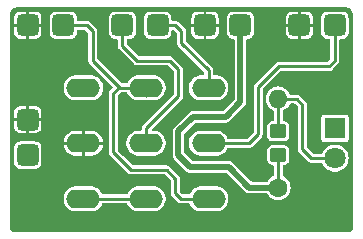
<source format=gbr>
%TF.GenerationSoftware,KiCad,Pcbnew,8.0.0*%
%TF.CreationDate,2024-05-19T22:30:32-07:00*%
%TF.ProjectId,3DPT-breakout-v2,33445054-2d62-4726-9561-6b6f75742d76,rev?*%
%TF.SameCoordinates,Original*%
%TF.FileFunction,Copper,L1,Top*%
%TF.FilePolarity,Positive*%
%FSLAX46Y46*%
G04 Gerber Fmt 4.6, Leading zero omitted, Abs format (unit mm)*
G04 Created by KiCad (PCBNEW 8.0.0) date 2024-05-19 22:30:32*
%MOMM*%
%LPD*%
G01*
G04 APERTURE LIST*
G04 Aperture macros list*
%AMRoundRect*
0 Rectangle with rounded corners*
0 $1 Rounding radius*
0 $2 $3 $4 $5 $6 $7 $8 $9 X,Y pos of 4 corners*
0 Add a 4 corners polygon primitive as box body*
4,1,4,$2,$3,$4,$5,$6,$7,$8,$9,$2,$3,0*
0 Add four circle primitives for the rounded corners*
1,1,$1+$1,$2,$3*
1,1,$1+$1,$4,$5*
1,1,$1+$1,$6,$7*
1,1,$1+$1,$8,$9*
0 Add four rect primitives between the rounded corners*
20,1,$1+$1,$2,$3,$4,$5,0*
20,1,$1+$1,$4,$5,$6,$7,0*
20,1,$1+$1,$6,$7,$8,$9,0*
20,1,$1+$1,$8,$9,$2,$3,0*%
G04 Aperture macros list end*
%TA.AperFunction,ComponentPad*%
%ADD10O,2.850000X1.600000*%
%TD*%
%TA.AperFunction,ComponentPad*%
%ADD11RoundRect,0.300000X-0.600000X-0.600000X0.600000X-0.600000X0.600000X0.600000X-0.600000X0.600000X0*%
%TD*%
%TA.AperFunction,SMDPad,CuDef*%
%ADD12RoundRect,0.250000X0.450000X-0.350000X0.450000X0.350000X-0.450000X0.350000X-0.450000X-0.350000X0*%
%TD*%
%TA.AperFunction,ComponentPad*%
%ADD13O,1.600000X1.600000*%
%TD*%
%TA.AperFunction,ComponentPad*%
%ADD14C,1.600000*%
%TD*%
%TA.AperFunction,ComponentPad*%
%ADD15RoundRect,0.300000X0.600000X-0.600000X0.600000X0.600000X-0.600000X0.600000X-0.600000X-0.600000X0*%
%TD*%
%TA.AperFunction,ComponentPad*%
%ADD16R,1.800000X1.800000*%
%TD*%
%TA.AperFunction,ComponentPad*%
%ADD17C,1.800000*%
%TD*%
%TA.AperFunction,ViaPad*%
%ADD18C,0.600000*%
%TD*%
%TA.AperFunction,Conductor*%
%ADD19C,0.250000*%
%TD*%
%TA.AperFunction,Conductor*%
%ADD20C,0.500000*%
%TD*%
G04 APERTURE END LIST*
D10*
%TO.P,SW1,1,A*%
%TO.N,/IN*%
X105300000Y-104700000D03*
%TO.P,SW1,2,B*%
%TO.N,/OUT*%
X105300000Y-100000000D03*
%TO.P,SW1,3,C*%
%TO.N,/RETURN*%
X105300000Y-95300000D03*
%TO.P,SW1,4,A*%
%TO.N,Net-(SW1B-A)*%
X100000000Y-104700000D03*
%TO.P,SW1,5,B*%
%TO.N,/SEND*%
X100000000Y-100000000D03*
%TO.P,SW1,6,C*%
%TO.N,/IN*%
X100000000Y-95300000D03*
%TO.P,SW1,7,A*%
%TO.N,Net-(SW1B-A)*%
X94700000Y-104700000D03*
%TO.P,SW1,8,B*%
%TO.N,GND*%
X94700000Y-100000000D03*
%TO.P,SW1,9,C*%
%TO.N,/LED-*%
X94700000Y-95300000D03*
%TD*%
D11*
%TO.P,P10,1,1*%
%TO.N,/9V*%
X108000000Y-90000000D03*
%TD*%
D12*
%TO.P,R2,2*%
%TO.N,/LED+*%
X111200000Y-99000000D03*
%TO.P,R2,1*%
%TO.N,/9V*%
X111200000Y-101000000D03*
%TD*%
D13*
%TO.P,R1,2*%
%TO.N,/LED+*%
X111200000Y-96250000D03*
D14*
%TO.P,R1,1*%
%TO.N,/9V*%
X111200000Y-103750000D03*
%TD*%
D11*
%TO.P,P9,1,1*%
%TO.N,GND*%
X113000000Y-90000000D03*
%TD*%
D15*
%TO.P,P8,1,1*%
%TO.N,GND*%
X90000000Y-98000000D03*
%TD*%
D11*
%TO.P,P7,1,1*%
%TO.N,GND*%
X105000000Y-90000000D03*
%TD*%
%TO.P,P6,1,1*%
%TO.N,/SEND*%
X98000000Y-90000000D03*
%TD*%
%TO.P,P5,1,1*%
%TO.N,GND*%
X90000000Y-90000000D03*
%TD*%
D15*
%TO.P,P4,1,1*%
%TO.N,/9V*%
X90000000Y-101000000D03*
%TD*%
D11*
%TO.P,P3,1,1*%
%TO.N,/RETURN*%
X101000000Y-90000000D03*
%TD*%
%TO.P,P2,1,1*%
%TO.N,/IN*%
X93000000Y-90000000D03*
%TD*%
%TO.P,P1,1,1*%
%TO.N,/OUT*%
X116000000Y-90000000D03*
%TD*%
D16*
%TO.P,D1,1,K*%
%TO.N,/LED-*%
X116000000Y-98725000D03*
D17*
%TO.P,D1,2,A*%
%TO.N,/LED+*%
X116000000Y-101265000D03*
%TD*%
D18*
%TO.N,GND*%
X93500000Y-97750000D03*
X103500000Y-103750000D03*
X101750000Y-103750000D03*
X96250000Y-103000000D03*
X113000000Y-103000000D03*
X117000000Y-103000000D03*
X117000000Y-95000000D03*
X113000000Y-95000000D03*
X108750000Y-97250000D03*
X109000000Y-101000000D03*
X101750000Y-99000000D03*
X103425000Y-96000000D03*
X110500000Y-91750000D03*
X106500000Y-93500000D03*
X102750000Y-92500000D03*
X96250000Y-92000000D03*
X98027298Y-96277298D03*
X98250000Y-99000000D03*
X94250000Y-92000000D03*
X89000000Y-95000000D03*
X89000000Y-104500000D03*
X113000000Y-107000000D03*
X117000000Y-107000000D03*
X105000000Y-107000000D03*
X109000000Y-107000000D03*
X97000000Y-107000000D03*
X101000000Y-107000000D03*
X93000000Y-107000000D03*
X89000000Y-107000000D03*
%TD*%
D19*
%TO.N,/IN*%
X97250000Y-100750000D02*
X98750000Y-102250000D01*
X95500000Y-90500000D02*
X95000000Y-90000000D01*
X95500000Y-93000000D02*
X95500000Y-90500000D01*
X97800000Y-95300000D02*
X95500000Y-93000000D01*
X98050000Y-95300000D02*
X97800000Y-95300000D01*
X95000000Y-90000000D02*
X93000000Y-90000000D01*
X97250000Y-95750000D02*
X97250000Y-100750000D01*
X97700000Y-95300000D02*
X97250000Y-95750000D01*
X98050000Y-95300000D02*
X97700000Y-95300000D01*
X102500000Y-103000000D02*
X101750000Y-102250000D01*
X101750000Y-102250000D02*
X98750000Y-102250000D01*
X102500000Y-104250000D02*
X102500000Y-103000000D01*
X102950000Y-104700000D02*
X102500000Y-104250000D01*
X105300000Y-104700000D02*
X102950000Y-104700000D01*
%TO.N,/LED+*%
X114015000Y-101265000D02*
X116000000Y-101265000D01*
X113250000Y-100500000D02*
X114015000Y-101265000D01*
X112750000Y-96250000D02*
X113250000Y-96750000D01*
X111200000Y-96250000D02*
X112750000Y-96250000D01*
X113250000Y-96750000D02*
X113250000Y-100500000D01*
D20*
%TO.N,/9V*%
X108000000Y-90000000D02*
X108000000Y-96500000D01*
X108000000Y-96500000D02*
X106750000Y-97750000D01*
X106750000Y-97750000D02*
X104000000Y-97750000D01*
X103750000Y-102000000D02*
X107000000Y-102000000D01*
X104000000Y-97750000D02*
X102750000Y-99000000D01*
X102750000Y-99000000D02*
X102750000Y-101000000D01*
X102750000Y-101000000D02*
X103750000Y-102000000D01*
X107000000Y-102000000D02*
X108750000Y-103750000D01*
X108750000Y-103750000D02*
X111200000Y-103750000D01*
D19*
%TO.N,/SEND*%
X98000000Y-91750000D02*
X98000000Y-90000000D01*
X102750000Y-93750000D02*
X102000000Y-93000000D01*
X102750000Y-96000000D02*
X102750000Y-93750000D01*
X102000000Y-93000000D02*
X99250000Y-93000000D01*
X100000000Y-98750000D02*
X102750000Y-96000000D01*
X100000000Y-100000000D02*
X100000000Y-98750000D01*
X99250000Y-93000000D02*
X98000000Y-91750000D01*
%TO.N,/RETURN*%
X105300000Y-93800000D02*
X105300000Y-95300000D01*
X103000000Y-91500000D02*
X105300000Y-93800000D01*
X103000000Y-90500000D02*
X103000000Y-91500000D01*
X102500000Y-90000000D02*
X103000000Y-90500000D01*
X101000000Y-90000000D02*
X102500000Y-90000000D01*
%TO.N,/IN*%
X100000000Y-95300000D02*
X98050000Y-95300000D01*
%TO.N,/OUT*%
X115500000Y-93500000D02*
X116000000Y-93000000D01*
X116000000Y-93000000D02*
X116000000Y-90000000D01*
X109500000Y-95250000D02*
X111250000Y-93500000D01*
X111250000Y-93500000D02*
X115500000Y-93500000D01*
X109500000Y-99250000D02*
X109500000Y-95250000D01*
X108750000Y-100000000D02*
X109500000Y-99250000D01*
X105300000Y-100000000D02*
X108750000Y-100000000D01*
%TO.N,/IN*%
X100000000Y-95300000D02*
X100000000Y-96000000D01*
%TO.N,Net-(SW1B-A)*%
X94700000Y-104700000D02*
X100000000Y-104700000D01*
%TO.N,/LED+*%
X111200000Y-99000000D02*
X111200000Y-96250000D01*
%TO.N,/9V*%
X111200000Y-103750000D02*
X111200000Y-101000000D01*
%TD*%
%TA.AperFunction,Conductor*%
%TO.N,GND*%
G36*
X117005512Y-88501121D02*
G01*
X117100073Y-88511775D01*
X117121669Y-88516705D01*
X117206202Y-88546283D01*
X117226168Y-88555899D01*
X117264079Y-88579720D01*
X117301987Y-88603540D01*
X117319319Y-88617361D01*
X117382638Y-88680680D01*
X117396459Y-88698012D01*
X117444098Y-88773828D01*
X117453718Y-88793803D01*
X117483293Y-88878326D01*
X117488225Y-88899938D01*
X117498877Y-88994470D01*
X117499500Y-89005555D01*
X117499500Y-107242210D01*
X117498281Y-107257696D01*
X117489742Y-107311611D01*
X117480170Y-107341071D01*
X117458969Y-107382679D01*
X117440764Y-107407737D01*
X117407737Y-107440764D01*
X117382679Y-107458969D01*
X117341071Y-107480170D01*
X117311612Y-107489741D01*
X117257695Y-107498281D01*
X117242211Y-107499500D01*
X88757789Y-107499500D01*
X88742303Y-107498281D01*
X88688388Y-107489742D01*
X88658928Y-107480170D01*
X88617320Y-107458969D01*
X88592262Y-107440764D01*
X88559235Y-107407737D01*
X88541030Y-107382679D01*
X88519827Y-107341067D01*
X88510259Y-107311620D01*
X88501717Y-107257685D01*
X88500500Y-107242210D01*
X88500500Y-104803467D01*
X93024500Y-104803467D01*
X93064869Y-105006418D01*
X93144058Y-105197597D01*
X93144059Y-105197598D01*
X93259023Y-105369655D01*
X93405345Y-105515977D01*
X93577402Y-105630941D01*
X93768580Y-105710130D01*
X93971535Y-105750500D01*
X93971536Y-105750500D01*
X95428464Y-105750500D01*
X95428465Y-105750500D01*
X95631420Y-105710130D01*
X95822598Y-105630941D01*
X95994655Y-105515977D01*
X96140977Y-105369655D01*
X96255941Y-105197598D01*
X96281202Y-105136614D01*
X96320939Y-105090088D01*
X96372666Y-105075500D01*
X98327334Y-105075500D01*
X98385525Y-105094407D01*
X98418798Y-105136614D01*
X98444058Y-105197597D01*
X98444059Y-105197598D01*
X98559023Y-105369655D01*
X98705345Y-105515977D01*
X98877402Y-105630941D01*
X99068580Y-105710130D01*
X99271535Y-105750500D01*
X99271536Y-105750500D01*
X100728464Y-105750500D01*
X100728465Y-105750500D01*
X100931420Y-105710130D01*
X101122598Y-105630941D01*
X101294655Y-105515977D01*
X101440977Y-105369655D01*
X101555941Y-105197598D01*
X101635130Y-105006420D01*
X101675500Y-104803465D01*
X101675500Y-104596535D01*
X101635130Y-104393580D01*
X101555941Y-104202402D01*
X101440977Y-104030345D01*
X101294655Y-103884023D01*
X101122598Y-103769059D01*
X101122599Y-103769059D01*
X101122597Y-103769058D01*
X100931418Y-103689869D01*
X100728467Y-103649500D01*
X100728465Y-103649500D01*
X99271535Y-103649500D01*
X99271532Y-103649500D01*
X99068581Y-103689869D01*
X98877402Y-103769058D01*
X98705348Y-103884020D01*
X98559020Y-104030348D01*
X98444058Y-104202402D01*
X98418798Y-104263386D01*
X98379061Y-104309912D01*
X98327334Y-104324500D01*
X96372666Y-104324500D01*
X96314475Y-104305593D01*
X96281202Y-104263386D01*
X96255941Y-104202402D01*
X96140979Y-104030348D01*
X96140977Y-104030345D01*
X95994655Y-103884023D01*
X95822598Y-103769059D01*
X95822599Y-103769059D01*
X95822597Y-103769058D01*
X95631418Y-103689869D01*
X95428467Y-103649500D01*
X95428465Y-103649500D01*
X93971535Y-103649500D01*
X93971532Y-103649500D01*
X93768581Y-103689869D01*
X93577402Y-103769058D01*
X93405348Y-103884020D01*
X93259020Y-104030348D01*
X93144058Y-104202402D01*
X93064869Y-104393581D01*
X93024500Y-104596532D01*
X93024500Y-104803467D01*
X88500500Y-104803467D01*
X88500500Y-101643106D01*
X88849500Y-101643106D01*
X88860123Y-101731565D01*
X88915637Y-101872339D01*
X88915638Y-101872341D01*
X88915639Y-101872342D01*
X89007078Y-101992922D01*
X89127658Y-102084361D01*
X89127659Y-102084361D01*
X89127660Y-102084362D01*
X89198047Y-102112119D01*
X89268436Y-102139877D01*
X89356898Y-102150500D01*
X89356900Y-102150500D01*
X90643100Y-102150500D01*
X90643102Y-102150500D01*
X90731564Y-102139877D01*
X90872342Y-102084361D01*
X90992922Y-101992922D01*
X91084361Y-101872342D01*
X91139877Y-101731564D01*
X91150500Y-101643102D01*
X91150500Y-100356898D01*
X91139877Y-100268436D01*
X91095502Y-100155909D01*
X91084362Y-100127660D01*
X91084361Y-100127659D01*
X91084361Y-100127658D01*
X91082345Y-100125000D01*
X93029293Y-100125000D01*
X93065349Y-100306271D01*
X93144501Y-100497360D01*
X93144508Y-100497374D01*
X93259405Y-100669329D01*
X93405670Y-100815594D01*
X93577625Y-100930491D01*
X93577639Y-100930498D01*
X93768727Y-101009650D01*
X93971581Y-101049999D01*
X93971586Y-101050000D01*
X94574999Y-101050000D01*
X94575000Y-101049999D01*
X94575000Y-100500000D01*
X94825000Y-100500000D01*
X94825000Y-101049999D01*
X94825001Y-101050000D01*
X95428414Y-101050000D01*
X95428418Y-101049999D01*
X95631272Y-101009650D01*
X95822360Y-100930498D01*
X95822374Y-100930491D01*
X95994329Y-100815594D01*
X96140594Y-100669329D01*
X96255491Y-100497374D01*
X96255498Y-100497360D01*
X96334650Y-100306271D01*
X96370707Y-100125000D01*
X95809144Y-100125000D01*
X95825000Y-100065826D01*
X95825000Y-99934174D01*
X95809144Y-99875000D01*
X96370706Y-99875000D01*
X96370706Y-99874999D01*
X96334650Y-99693728D01*
X96255498Y-99502639D01*
X96255491Y-99502625D01*
X96140594Y-99330670D01*
X95994329Y-99184405D01*
X95822374Y-99069508D01*
X95822360Y-99069501D01*
X95631272Y-98990349D01*
X95428418Y-98950000D01*
X94825001Y-98950000D01*
X94825000Y-98950001D01*
X94825000Y-99500000D01*
X94575000Y-99500000D01*
X94575000Y-98950001D01*
X94574999Y-98950000D01*
X93971581Y-98950000D01*
X93768727Y-98990349D01*
X93577639Y-99069501D01*
X93577625Y-99069508D01*
X93405670Y-99184405D01*
X93259405Y-99330670D01*
X93144508Y-99502625D01*
X93144501Y-99502639D01*
X93065349Y-99693728D01*
X93029293Y-99874999D01*
X93029294Y-99875000D01*
X93590856Y-99875000D01*
X93575000Y-99934174D01*
X93575000Y-100065826D01*
X93590856Y-100125000D01*
X93029293Y-100125000D01*
X91082345Y-100125000D01*
X90992922Y-100007078D01*
X90872342Y-99915639D01*
X90872341Y-99915638D01*
X90872339Y-99915637D01*
X90731565Y-99860123D01*
X90643106Y-99849500D01*
X90643102Y-99849500D01*
X89356898Y-99849500D01*
X89356893Y-99849500D01*
X89268434Y-99860123D01*
X89127660Y-99915637D01*
X89127656Y-99915640D01*
X89007081Y-100007075D01*
X89007075Y-100007081D01*
X88915640Y-100127656D01*
X88915637Y-100127660D01*
X88860123Y-100268434D01*
X88849500Y-100356893D01*
X88849500Y-101643106D01*
X88500500Y-101643106D01*
X88500500Y-98643064D01*
X88850000Y-98643064D01*
X88860613Y-98731443D01*
X88916080Y-98872095D01*
X89007435Y-98992564D01*
X89127904Y-99083919D01*
X89268556Y-99139386D01*
X89356935Y-99149999D01*
X89356942Y-99150000D01*
X89874999Y-99150000D01*
X89875000Y-99149999D01*
X89875000Y-98484144D01*
X89934174Y-98500000D01*
X90065826Y-98500000D01*
X90125000Y-98484144D01*
X90125000Y-99149999D01*
X90125001Y-99150000D01*
X90643058Y-99150000D01*
X90643064Y-99149999D01*
X90731443Y-99139386D01*
X90872095Y-99083919D01*
X90992564Y-98992564D01*
X91083919Y-98872095D01*
X91139386Y-98731443D01*
X91149999Y-98643064D01*
X91150000Y-98643058D01*
X91150000Y-98125001D01*
X91149999Y-98125000D01*
X90484144Y-98125000D01*
X90500000Y-98065826D01*
X90500000Y-97934174D01*
X90484144Y-97875000D01*
X91149999Y-97875000D01*
X91150000Y-97874999D01*
X91150000Y-97356941D01*
X91149999Y-97356935D01*
X91139386Y-97268556D01*
X91083919Y-97127904D01*
X90992564Y-97007435D01*
X90872095Y-96916080D01*
X90731443Y-96860613D01*
X90643064Y-96850000D01*
X90125001Y-96850000D01*
X90125000Y-96850001D01*
X90125000Y-97515855D01*
X90065826Y-97500000D01*
X89934174Y-97500000D01*
X89875000Y-97515855D01*
X89875000Y-96850001D01*
X89874999Y-96850000D01*
X89356935Y-96850000D01*
X89268556Y-96860613D01*
X89127904Y-96916080D01*
X89007435Y-97007435D01*
X88916080Y-97127904D01*
X88860613Y-97268556D01*
X88850000Y-97356935D01*
X88850000Y-97874999D01*
X88850001Y-97875000D01*
X89515856Y-97875000D01*
X89500000Y-97934174D01*
X89500000Y-98065826D01*
X89515856Y-98125000D01*
X88850001Y-98125000D01*
X88850000Y-98125001D01*
X88850000Y-98643064D01*
X88500500Y-98643064D01*
X88500500Y-95403467D01*
X93024500Y-95403467D01*
X93064869Y-95606418D01*
X93144058Y-95797597D01*
X93245573Y-95949526D01*
X93259023Y-95969655D01*
X93405345Y-96115977D01*
X93577402Y-96230941D01*
X93768580Y-96310130D01*
X93971535Y-96350500D01*
X93971536Y-96350500D01*
X95428464Y-96350500D01*
X95428465Y-96350500D01*
X95631420Y-96310130D01*
X95822598Y-96230941D01*
X95994655Y-96115977D01*
X96140977Y-95969655D01*
X96255941Y-95797598D01*
X96335130Y-95606420D01*
X96375500Y-95403465D01*
X96375500Y-95196535D01*
X96335130Y-94993580D01*
X96255941Y-94802402D01*
X96140977Y-94630345D01*
X95994655Y-94484023D01*
X95822598Y-94369059D01*
X95822599Y-94369059D01*
X95822597Y-94369058D01*
X95631418Y-94289869D01*
X95428467Y-94249500D01*
X95428465Y-94249500D01*
X93971535Y-94249500D01*
X93971532Y-94249500D01*
X93768581Y-94289869D01*
X93577402Y-94369058D01*
X93405348Y-94484020D01*
X93259020Y-94630348D01*
X93144058Y-94802402D01*
X93064869Y-94993581D01*
X93024500Y-95196532D01*
X93024500Y-95403467D01*
X88500500Y-95403467D01*
X88500500Y-90643064D01*
X88850000Y-90643064D01*
X88860613Y-90731443D01*
X88916080Y-90872095D01*
X89007435Y-90992564D01*
X89127904Y-91083919D01*
X89268556Y-91139386D01*
X89356935Y-91149999D01*
X89356942Y-91150000D01*
X89874999Y-91150000D01*
X89875000Y-91149999D01*
X89875000Y-90484144D01*
X89934174Y-90500000D01*
X90065826Y-90500000D01*
X90125000Y-90484144D01*
X90125000Y-91149999D01*
X90125001Y-91150000D01*
X90643058Y-91150000D01*
X90643064Y-91149999D01*
X90731443Y-91139386D01*
X90872095Y-91083919D01*
X90992564Y-90992564D01*
X91083919Y-90872095D01*
X91139386Y-90731443D01*
X91149994Y-90643106D01*
X91849500Y-90643106D01*
X91860123Y-90731565D01*
X91915637Y-90872339D01*
X91915638Y-90872341D01*
X91915639Y-90872342D01*
X92007078Y-90992922D01*
X92127658Y-91084361D01*
X92127659Y-91084361D01*
X92127660Y-91084362D01*
X92198047Y-91112119D01*
X92268436Y-91139877D01*
X92356898Y-91150500D01*
X92356900Y-91150500D01*
X93643100Y-91150500D01*
X93643102Y-91150500D01*
X93731564Y-91139877D01*
X93872342Y-91084361D01*
X93992922Y-90992922D01*
X94084361Y-90872342D01*
X94139877Y-90731564D01*
X94150500Y-90643102D01*
X94150500Y-90474500D01*
X94169407Y-90416309D01*
X94218907Y-90380345D01*
X94249500Y-90375500D01*
X94803455Y-90375500D01*
X94861646Y-90394407D01*
X94873459Y-90404496D01*
X95095504Y-90626541D01*
X95123281Y-90681058D01*
X95124500Y-90696545D01*
X95124500Y-93049435D01*
X95136844Y-93095503D01*
X95150091Y-93144941D01*
X95153052Y-93150069D01*
X95153064Y-93150089D01*
X95199526Y-93230563D01*
X97148960Y-95179997D01*
X97176736Y-95234512D01*
X97167165Y-95294944D01*
X97148959Y-95320002D01*
X97019438Y-95449524D01*
X96949524Y-95519438D01*
X96900091Y-95605057D01*
X96874500Y-95700566D01*
X96874500Y-100799438D01*
X96876476Y-100806812D01*
X96876476Y-100806813D01*
X96900089Y-100894937D01*
X96900091Y-100894941D01*
X96940265Y-100964524D01*
X96949523Y-100980559D01*
X96949524Y-100980560D01*
X96949526Y-100980563D01*
X98449525Y-102480562D01*
X98449524Y-102480562D01*
X98519438Y-102550475D01*
X98605058Y-102599908D01*
X98605062Y-102599910D01*
X98652812Y-102612705D01*
X98652813Y-102612705D01*
X98700564Y-102625500D01*
X98700565Y-102625500D01*
X101553455Y-102625500D01*
X101611646Y-102644407D01*
X101623459Y-102654496D01*
X102095504Y-103126541D01*
X102123281Y-103181058D01*
X102124500Y-103196545D01*
X102124500Y-104299435D01*
X102134418Y-104336450D01*
X102150091Y-104394942D01*
X102193100Y-104469435D01*
X102193101Y-104469435D01*
X102199525Y-104480562D01*
X102199527Y-104480564D01*
X102649524Y-104930562D01*
X102719438Y-105000475D01*
X102805058Y-105049908D01*
X102805062Y-105049910D01*
X102852812Y-105062705D01*
X102852813Y-105062705D01*
X102900564Y-105075500D01*
X102900565Y-105075500D01*
X103627334Y-105075500D01*
X103685525Y-105094407D01*
X103718798Y-105136614D01*
X103744058Y-105197597D01*
X103744059Y-105197598D01*
X103859023Y-105369655D01*
X104005345Y-105515977D01*
X104177402Y-105630941D01*
X104368580Y-105710130D01*
X104571535Y-105750500D01*
X104571536Y-105750500D01*
X106028464Y-105750500D01*
X106028465Y-105750500D01*
X106231420Y-105710130D01*
X106422598Y-105630941D01*
X106594655Y-105515977D01*
X106740977Y-105369655D01*
X106855941Y-105197598D01*
X106935130Y-105006420D01*
X106975500Y-104803465D01*
X106975500Y-104596535D01*
X106935130Y-104393580D01*
X106855941Y-104202402D01*
X106740977Y-104030345D01*
X106594655Y-103884023D01*
X106422598Y-103769059D01*
X106422599Y-103769059D01*
X106422597Y-103769058D01*
X106231418Y-103689869D01*
X106028467Y-103649500D01*
X106028465Y-103649500D01*
X104571535Y-103649500D01*
X104571532Y-103649500D01*
X104368581Y-103689869D01*
X104177402Y-103769058D01*
X104005348Y-103884020D01*
X103859020Y-104030348D01*
X103744058Y-104202402D01*
X103718798Y-104263386D01*
X103679061Y-104309912D01*
X103627334Y-104324500D01*
X103146545Y-104324500D01*
X103088354Y-104305593D01*
X103076541Y-104295504D01*
X102904496Y-104123459D01*
X102876719Y-104068942D01*
X102875500Y-104053455D01*
X102875500Y-102950566D01*
X102854533Y-102872316D01*
X102849910Y-102855062D01*
X102849908Y-102855059D01*
X102849908Y-102855057D01*
X102800475Y-102769438D01*
X102730562Y-102699524D01*
X102730562Y-102699525D01*
X101980563Y-101949526D01*
X101980563Y-101949525D01*
X101894941Y-101900091D01*
X101894937Y-101900089D01*
X101841515Y-101885774D01*
X101841515Y-101885775D01*
X101820475Y-101880137D01*
X101799436Y-101874500D01*
X101799435Y-101874500D01*
X98946545Y-101874500D01*
X98888354Y-101855593D01*
X98876541Y-101845504D01*
X98096929Y-101065892D01*
X102249500Y-101065892D01*
X102279579Y-101178151D01*
X102283609Y-101193190D01*
X102349496Y-101307309D01*
X102349498Y-101307311D01*
X102349500Y-101307314D01*
X103442686Y-102400500D01*
X103442688Y-102400501D01*
X103442690Y-102400503D01*
X103556810Y-102466390D01*
X103556808Y-102466390D01*
X103556812Y-102466391D01*
X103556814Y-102466392D01*
X103684108Y-102500500D01*
X103815893Y-102500500D01*
X106751678Y-102500500D01*
X106809869Y-102519407D01*
X106821682Y-102529496D01*
X108349500Y-104057314D01*
X108349499Y-104057314D01*
X108442685Y-104150499D01*
X108442690Y-104150503D01*
X108556810Y-104216390D01*
X108556808Y-104216390D01*
X108556812Y-104216391D01*
X108556814Y-104216392D01*
X108684108Y-104250500D01*
X110217035Y-104250500D01*
X110275226Y-104269407D01*
X110304344Y-104302830D01*
X110322315Y-104336450D01*
X110453590Y-104496410D01*
X110453595Y-104496414D01*
X110613547Y-104627683D01*
X110613548Y-104627683D01*
X110613550Y-104627685D01*
X110796046Y-104725232D01*
X110933997Y-104767078D01*
X110994065Y-104785300D01*
X110994070Y-104785301D01*
X111199997Y-104805583D01*
X111200000Y-104805583D01*
X111200003Y-104805583D01*
X111405929Y-104785301D01*
X111405934Y-104785300D01*
X111603954Y-104725232D01*
X111786450Y-104627685D01*
X111946410Y-104496410D01*
X112077685Y-104336450D01*
X112175232Y-104153954D01*
X112235300Y-103955934D01*
X112235301Y-103955929D01*
X112255583Y-103750003D01*
X112255583Y-103749996D01*
X112235301Y-103544070D01*
X112235300Y-103544065D01*
X112217078Y-103483997D01*
X112175232Y-103346046D01*
X112077685Y-103163550D01*
X111946410Y-103003590D01*
X111881800Y-102950566D01*
X111786452Y-102872316D01*
X111627831Y-102787530D01*
X111585425Y-102743424D01*
X111575500Y-102700220D01*
X111575500Y-101949499D01*
X111594407Y-101891308D01*
X111643907Y-101855344D01*
X111674500Y-101850499D01*
X111697867Y-101850499D01*
X111697872Y-101850499D01*
X111757483Y-101844091D01*
X111824907Y-101818943D01*
X111892329Y-101793797D01*
X111892329Y-101793796D01*
X111892331Y-101793796D01*
X112007546Y-101707546D01*
X112093796Y-101592331D01*
X112144091Y-101457483D01*
X112150500Y-101397873D01*
X112150499Y-100602128D01*
X112144091Y-100542517D01*
X112128233Y-100500000D01*
X112093797Y-100407670D01*
X112007549Y-100292458D01*
X112007548Y-100292457D01*
X112007546Y-100292454D01*
X112007541Y-100292450D01*
X111892329Y-100206202D01*
X111757488Y-100155910D01*
X111757483Y-100155909D01*
X111757481Y-100155908D01*
X111757477Y-100155908D01*
X111726249Y-100152550D01*
X111697873Y-100149500D01*
X111697870Y-100149500D01*
X110702133Y-100149500D01*
X110702129Y-100149500D01*
X110702128Y-100149501D01*
X110694949Y-100150272D01*
X110642519Y-100155908D01*
X110642514Y-100155909D01*
X110507670Y-100206202D01*
X110392458Y-100292450D01*
X110392450Y-100292458D01*
X110306202Y-100407670D01*
X110255910Y-100542511D01*
X110255908Y-100542522D01*
X110249500Y-100602129D01*
X110249500Y-101397866D01*
X110249501Y-101397870D01*
X110255908Y-101457480D01*
X110255909Y-101457485D01*
X110306202Y-101592329D01*
X110392450Y-101707541D01*
X110392454Y-101707546D01*
X110392457Y-101707548D01*
X110392458Y-101707549D01*
X110507670Y-101793797D01*
X110642511Y-101844089D01*
X110642512Y-101844089D01*
X110642517Y-101844091D01*
X110702127Y-101850500D01*
X110725498Y-101850499D01*
X110783688Y-101869404D01*
X110819653Y-101918903D01*
X110824500Y-101949499D01*
X110824500Y-102700220D01*
X110805593Y-102758411D01*
X110772169Y-102787530D01*
X110613547Y-102872316D01*
X110453595Y-103003585D01*
X110453585Y-103003595D01*
X110322313Y-103163552D01*
X110322313Y-103163553D01*
X110304344Y-103197170D01*
X110260238Y-103239576D01*
X110217035Y-103249500D01*
X108998322Y-103249500D01*
X108940131Y-103230593D01*
X108928318Y-103220504D01*
X108123314Y-102415500D01*
X107307314Y-101599500D01*
X107307311Y-101599498D01*
X107307310Y-101599497D01*
X107307309Y-101599496D01*
X107193189Y-101533609D01*
X107193191Y-101533609D01*
X107143799Y-101520375D01*
X107065892Y-101499500D01*
X107065890Y-101499500D01*
X103998322Y-101499500D01*
X103940131Y-101480593D01*
X103928318Y-101470504D01*
X103279496Y-100821682D01*
X103251719Y-100767165D01*
X103250500Y-100751678D01*
X103250500Y-100103467D01*
X103624500Y-100103467D01*
X103664869Y-100306418D01*
X103744058Y-100497597D01*
X103858805Y-100669329D01*
X103859023Y-100669655D01*
X104005345Y-100815977D01*
X104177402Y-100930941D01*
X104368580Y-101010130D01*
X104571535Y-101050500D01*
X104571536Y-101050500D01*
X106028464Y-101050500D01*
X106028465Y-101050500D01*
X106231420Y-101010130D01*
X106422598Y-100930941D01*
X106594655Y-100815977D01*
X106740977Y-100669655D01*
X106855941Y-100497598D01*
X106881202Y-100436614D01*
X106920939Y-100390088D01*
X106972666Y-100375500D01*
X108799435Y-100375500D01*
X108799436Y-100375500D01*
X108868858Y-100356898D01*
X108894938Y-100349910D01*
X108980562Y-100300475D01*
X109050475Y-100230562D01*
X109800474Y-99480563D01*
X109808656Y-99466392D01*
X109813799Y-99457485D01*
X109848217Y-99397870D01*
X109849910Y-99394938D01*
X109867218Y-99330345D01*
X109873390Y-99307313D01*
X109873390Y-99307310D01*
X109875500Y-99299436D01*
X109875500Y-99200564D01*
X109875500Y-96250003D01*
X110144417Y-96250003D01*
X110164698Y-96455929D01*
X110164699Y-96455934D01*
X110224768Y-96653954D01*
X110322316Y-96836452D01*
X110379013Y-96905537D01*
X110453590Y-96996410D01*
X110453595Y-96996414D01*
X110613547Y-97127683D01*
X110613548Y-97127683D01*
X110613550Y-97127685D01*
X110772169Y-97212469D01*
X110814575Y-97256575D01*
X110824500Y-97299779D01*
X110824500Y-98050500D01*
X110805593Y-98108691D01*
X110756093Y-98144655D01*
X110725504Y-98149500D01*
X110702133Y-98149500D01*
X110702128Y-98149501D01*
X110642519Y-98155908D01*
X110642514Y-98155909D01*
X110507670Y-98206202D01*
X110392458Y-98292450D01*
X110392450Y-98292458D01*
X110306202Y-98407670D01*
X110255910Y-98542511D01*
X110255909Y-98542517D01*
X110249783Y-98599500D01*
X110249500Y-98602129D01*
X110249500Y-99397866D01*
X110249501Y-99397870D01*
X110255908Y-99457480D01*
X110255909Y-99457485D01*
X110306202Y-99592329D01*
X110381999Y-99693580D01*
X110392454Y-99707546D01*
X110392457Y-99707548D01*
X110392458Y-99707549D01*
X110507670Y-99793797D01*
X110642511Y-99844089D01*
X110642512Y-99844089D01*
X110642517Y-99844091D01*
X110702127Y-99850500D01*
X111697872Y-99850499D01*
X111757483Y-99844091D01*
X111824907Y-99818943D01*
X111892329Y-99793797D01*
X111892329Y-99793796D01*
X111892331Y-99793796D01*
X112007546Y-99707546D01*
X112093796Y-99592331D01*
X112144091Y-99457483D01*
X112150500Y-99397873D01*
X112150499Y-98602128D01*
X112144091Y-98542517D01*
X112115524Y-98465925D01*
X112093797Y-98407670D01*
X112007549Y-98292458D01*
X112007548Y-98292457D01*
X112007546Y-98292454D01*
X112007541Y-98292450D01*
X111892329Y-98206202D01*
X111757488Y-98155910D01*
X111757483Y-98155909D01*
X111757481Y-98155908D01*
X111757477Y-98155908D01*
X111726249Y-98152550D01*
X111697873Y-98149500D01*
X111697870Y-98149500D01*
X111674500Y-98149500D01*
X111616309Y-98130593D01*
X111580345Y-98081093D01*
X111575500Y-98050500D01*
X111575500Y-97299779D01*
X111594407Y-97241588D01*
X111627829Y-97212469D01*
X111786450Y-97127685D01*
X111946410Y-96996410D01*
X112077685Y-96836450D01*
X112162469Y-96677830D01*
X112206575Y-96635425D01*
X112249779Y-96625500D01*
X112553455Y-96625500D01*
X112611646Y-96644407D01*
X112623459Y-96654496D01*
X112845504Y-96876541D01*
X112873281Y-96931058D01*
X112874500Y-96946545D01*
X112874500Y-100549437D01*
X112883480Y-100582948D01*
X112883480Y-100582950D01*
X112883481Y-100582950D01*
X112883481Y-100582951D01*
X112900090Y-100644938D01*
X112900091Y-100644940D01*
X112900092Y-100644942D01*
X112949525Y-100730563D01*
X112949526Y-100730563D01*
X113714525Y-101495562D01*
X113714524Y-101495562D01*
X113784438Y-101565475D01*
X113870058Y-101614908D01*
X113870062Y-101614910D01*
X113917812Y-101627705D01*
X113917813Y-101627705D01*
X113965564Y-101640500D01*
X113965565Y-101640500D01*
X114840439Y-101640500D01*
X114898630Y-101659407D01*
X114929059Y-101695371D01*
X114961717Y-101760959D01*
X115017630Y-101873248D01*
X115017632Y-101873252D01*
X115017634Y-101873255D01*
X115146128Y-102043407D01*
X115146135Y-102043413D01*
X115303692Y-102187047D01*
X115303699Y-102187053D01*
X115407389Y-102251255D01*
X115484981Y-102299298D01*
X115683802Y-102376321D01*
X115893390Y-102415500D01*
X116106610Y-102415500D01*
X116316198Y-102376321D01*
X116515019Y-102299298D01*
X116696302Y-102187052D01*
X116853872Y-102043407D01*
X116982366Y-101873255D01*
X117077405Y-101682389D01*
X117135756Y-101477310D01*
X117155429Y-101265000D01*
X117135756Y-101052690D01*
X117077405Y-100847611D01*
X116982366Y-100656745D01*
X116853872Y-100486593D01*
X116711607Y-100356900D01*
X116696307Y-100342952D01*
X116696300Y-100342946D01*
X116515024Y-100230705D01*
X116515019Y-100230702D01*
X116321954Y-100155909D01*
X116316198Y-100153679D01*
X116316197Y-100153678D01*
X116316195Y-100153678D01*
X116106610Y-100114500D01*
X115893390Y-100114500D01*
X115683804Y-100153678D01*
X115484980Y-100230702D01*
X115484975Y-100230705D01*
X115303699Y-100342946D01*
X115303692Y-100342952D01*
X115146135Y-100486586D01*
X115146131Y-100486589D01*
X115146128Y-100486593D01*
X115146125Y-100486597D01*
X115017635Y-100656743D01*
X115017630Y-100656751D01*
X114980877Y-100730563D01*
X114938538Y-100815594D01*
X114929060Y-100834628D01*
X114886198Y-100878290D01*
X114840439Y-100889500D01*
X114211545Y-100889500D01*
X114153354Y-100870593D01*
X114141541Y-100860504D01*
X113654496Y-100373459D01*
X113626719Y-100318942D01*
X113625500Y-100303455D01*
X113625500Y-99649672D01*
X114849500Y-99649672D01*
X114849501Y-99649684D01*
X114864033Y-99722736D01*
X114864035Y-99722742D01*
X114919397Y-99805599D01*
X114919399Y-99805601D01*
X115002260Y-99860966D01*
X115057808Y-99872015D01*
X115075315Y-99875498D01*
X115075320Y-99875498D01*
X115075326Y-99875500D01*
X115075327Y-99875500D01*
X116924673Y-99875500D01*
X116924674Y-99875500D01*
X116997740Y-99860966D01*
X117080601Y-99805601D01*
X117135966Y-99722740D01*
X117150500Y-99649674D01*
X117150500Y-97800326D01*
X117135966Y-97727260D01*
X117080601Y-97644399D01*
X117080599Y-97644397D01*
X116997742Y-97589035D01*
X116997740Y-97589034D01*
X116997737Y-97589033D01*
X116997736Y-97589033D01*
X116924684Y-97574501D01*
X116924674Y-97574500D01*
X115075326Y-97574500D01*
X115075325Y-97574500D01*
X115075315Y-97574501D01*
X115002263Y-97589033D01*
X115002257Y-97589035D01*
X114919400Y-97644397D01*
X114919397Y-97644400D01*
X114864035Y-97727257D01*
X114864033Y-97727263D01*
X114849501Y-97800315D01*
X114849500Y-97800327D01*
X114849500Y-99649672D01*
X113625500Y-99649672D01*
X113625500Y-96700566D01*
X113625500Y-96700565D01*
X113613011Y-96653954D01*
X113599911Y-96605063D01*
X113550475Y-96519437D01*
X112980563Y-95949526D01*
X112980563Y-95949525D01*
X112894941Y-95900091D01*
X112894937Y-95900089D01*
X112830977Y-95882950D01*
X112830977Y-95882951D01*
X112799436Y-95874500D01*
X112799435Y-95874500D01*
X112249779Y-95874500D01*
X112191588Y-95855593D01*
X112162469Y-95822169D01*
X112152466Y-95803455D01*
X112077685Y-95663550D01*
X112030798Y-95606418D01*
X111946414Y-95503595D01*
X111946410Y-95503590D01*
X111946404Y-95503585D01*
X111786452Y-95372316D01*
X111603954Y-95274768D01*
X111405934Y-95214699D01*
X111405929Y-95214698D01*
X111200003Y-95194417D01*
X111199997Y-95194417D01*
X110994070Y-95214698D01*
X110994065Y-95214699D01*
X110796045Y-95274768D01*
X110613547Y-95372316D01*
X110453595Y-95503585D01*
X110453585Y-95503595D01*
X110322316Y-95663547D01*
X110224768Y-95846045D01*
X110164699Y-96044065D01*
X110164698Y-96044070D01*
X110144417Y-96249996D01*
X110144417Y-96250003D01*
X109875500Y-96250003D01*
X109875500Y-95446545D01*
X109894407Y-95388354D01*
X109904496Y-95376541D01*
X111376542Y-93904496D01*
X111431059Y-93876719D01*
X111446546Y-93875500D01*
X115549436Y-93875500D01*
X115597186Y-93862705D01*
X115597187Y-93862705D01*
X115644934Y-93849911D01*
X115644933Y-93849911D01*
X115644938Y-93849910D01*
X115730562Y-93800475D01*
X115800475Y-93730562D01*
X115800474Y-93730562D01*
X116300475Y-93230563D01*
X116349911Y-93144937D01*
X116375500Y-93049436D01*
X116375500Y-92950564D01*
X116375500Y-91249500D01*
X116394407Y-91191309D01*
X116443907Y-91155345D01*
X116474500Y-91150500D01*
X116643100Y-91150500D01*
X116643102Y-91150500D01*
X116731564Y-91139877D01*
X116872342Y-91084361D01*
X116992922Y-90992922D01*
X117084361Y-90872342D01*
X117139877Y-90731564D01*
X117150500Y-90643102D01*
X117150500Y-89356898D01*
X117139877Y-89268436D01*
X117084361Y-89127658D01*
X116992922Y-89007078D01*
X116872342Y-88915639D01*
X116872341Y-88915638D01*
X116872339Y-88915637D01*
X116731565Y-88860123D01*
X116643106Y-88849500D01*
X116643102Y-88849500D01*
X115356898Y-88849500D01*
X115356893Y-88849500D01*
X115268434Y-88860123D01*
X115127660Y-88915637D01*
X115127656Y-88915640D01*
X115007081Y-89007075D01*
X115007075Y-89007081D01*
X114915640Y-89127656D01*
X114915637Y-89127660D01*
X114860123Y-89268434D01*
X114849500Y-89356893D01*
X114849500Y-90643106D01*
X114860123Y-90731565D01*
X114915637Y-90872339D01*
X114915638Y-90872341D01*
X114915639Y-90872342D01*
X115007078Y-90992922D01*
X115127658Y-91084361D01*
X115127659Y-91084361D01*
X115127660Y-91084362D01*
X115198047Y-91112119D01*
X115268436Y-91139877D01*
X115356898Y-91150500D01*
X115525500Y-91150500D01*
X115583691Y-91169407D01*
X115619655Y-91218907D01*
X115624500Y-91249500D01*
X115624500Y-92803455D01*
X115605593Y-92861646D01*
X115595504Y-92873458D01*
X115373460Y-93095503D01*
X115318943Y-93123281D01*
X115303456Y-93124500D01*
X111299436Y-93124500D01*
X111200564Y-93124500D01*
X111136896Y-93141559D01*
X111105062Y-93150089D01*
X111019437Y-93199525D01*
X109269438Y-94949525D01*
X109269437Y-94949524D01*
X109199524Y-95019438D01*
X109150091Y-95105057D01*
X109150090Y-95105062D01*
X109126148Y-95194417D01*
X109124500Y-95200566D01*
X109124500Y-99053455D01*
X109105593Y-99111646D01*
X109095504Y-99123459D01*
X108623459Y-99595504D01*
X108568942Y-99623281D01*
X108553455Y-99624500D01*
X106972666Y-99624500D01*
X106914475Y-99605593D01*
X106881202Y-99563386D01*
X106855941Y-99502402D01*
X106740979Y-99330348D01*
X106740977Y-99330345D01*
X106594655Y-99184023D01*
X106543736Y-99150000D01*
X106422597Y-99069058D01*
X106231418Y-98989869D01*
X106028467Y-98949500D01*
X106028465Y-98949500D01*
X104571535Y-98949500D01*
X104571532Y-98949500D01*
X104368581Y-98989869D01*
X104177402Y-99069058D01*
X104005348Y-99184020D01*
X103859020Y-99330348D01*
X103744058Y-99502402D01*
X103664869Y-99693581D01*
X103624500Y-99896532D01*
X103624500Y-100103467D01*
X103250500Y-100103467D01*
X103250500Y-99248322D01*
X103269407Y-99190131D01*
X103279496Y-99178318D01*
X104178318Y-98279496D01*
X104232835Y-98251719D01*
X104248322Y-98250500D01*
X106815890Y-98250500D01*
X106815892Y-98250500D01*
X106943186Y-98216392D01*
X106943188Y-98216390D01*
X106943190Y-98216390D01*
X107057309Y-98150503D01*
X107057309Y-98150502D01*
X107057314Y-98150500D01*
X108400500Y-96807314D01*
X108466392Y-96693186D01*
X108500500Y-96565892D01*
X108500500Y-96434108D01*
X108500500Y-91249500D01*
X108519407Y-91191309D01*
X108568907Y-91155345D01*
X108599500Y-91150500D01*
X108643100Y-91150500D01*
X108643102Y-91150500D01*
X108731564Y-91139877D01*
X108872342Y-91084361D01*
X108992922Y-90992922D01*
X109084361Y-90872342D01*
X109139877Y-90731564D01*
X109150500Y-90643102D01*
X109150500Y-90643064D01*
X111850000Y-90643064D01*
X111860613Y-90731443D01*
X111916080Y-90872095D01*
X112007435Y-90992564D01*
X112127904Y-91083919D01*
X112268556Y-91139386D01*
X112356935Y-91149999D01*
X112356942Y-91150000D01*
X112874999Y-91150000D01*
X112875000Y-91149999D01*
X112875000Y-90484144D01*
X112934174Y-90500000D01*
X113065826Y-90500000D01*
X113125000Y-90484144D01*
X113125000Y-91149999D01*
X113125001Y-91150000D01*
X113643058Y-91150000D01*
X113643064Y-91149999D01*
X113731443Y-91139386D01*
X113872095Y-91083919D01*
X113992564Y-90992564D01*
X114083919Y-90872095D01*
X114139386Y-90731443D01*
X114149999Y-90643064D01*
X114150000Y-90643058D01*
X114150000Y-90125001D01*
X114149999Y-90125000D01*
X113484144Y-90125000D01*
X113500000Y-90065826D01*
X113500000Y-89934174D01*
X113484144Y-89875000D01*
X114149999Y-89875000D01*
X114150000Y-89874999D01*
X114150000Y-89356941D01*
X114149999Y-89356935D01*
X114139386Y-89268556D01*
X114083919Y-89127904D01*
X113992564Y-89007435D01*
X113872095Y-88916080D01*
X113731443Y-88860613D01*
X113643064Y-88850000D01*
X113125001Y-88850000D01*
X113125000Y-88850001D01*
X113125000Y-89515855D01*
X113065826Y-89500000D01*
X112934174Y-89500000D01*
X112875000Y-89515855D01*
X112875000Y-88850001D01*
X112874999Y-88850000D01*
X112356935Y-88850000D01*
X112268556Y-88860613D01*
X112127904Y-88916080D01*
X112007435Y-89007435D01*
X111916080Y-89127904D01*
X111860613Y-89268556D01*
X111850000Y-89356935D01*
X111850000Y-89874999D01*
X111850001Y-89875000D01*
X112515856Y-89875000D01*
X112500000Y-89934174D01*
X112500000Y-90065826D01*
X112515856Y-90125000D01*
X111850001Y-90125000D01*
X111850000Y-90125001D01*
X111850000Y-90643064D01*
X109150500Y-90643064D01*
X109150500Y-89356898D01*
X109139877Y-89268436D01*
X109084361Y-89127658D01*
X108992922Y-89007078D01*
X108872342Y-88915639D01*
X108872341Y-88915638D01*
X108872339Y-88915637D01*
X108731565Y-88860123D01*
X108643106Y-88849500D01*
X108643102Y-88849500D01*
X107356898Y-88849500D01*
X107356893Y-88849500D01*
X107268434Y-88860123D01*
X107127660Y-88915637D01*
X107127656Y-88915640D01*
X107007081Y-89007075D01*
X107007075Y-89007081D01*
X106915640Y-89127656D01*
X106915637Y-89127660D01*
X106860123Y-89268434D01*
X106849500Y-89356893D01*
X106849500Y-90643106D01*
X106860123Y-90731565D01*
X106915637Y-90872339D01*
X106915638Y-90872341D01*
X106915639Y-90872342D01*
X107007078Y-90992922D01*
X107127658Y-91084361D01*
X107127659Y-91084361D01*
X107127660Y-91084362D01*
X107198047Y-91112119D01*
X107268436Y-91139877D01*
X107356898Y-91150500D01*
X107400500Y-91150500D01*
X107458691Y-91169407D01*
X107494655Y-91218907D01*
X107499500Y-91249500D01*
X107499500Y-96251678D01*
X107480593Y-96309869D01*
X107470504Y-96321682D01*
X106571682Y-97220504D01*
X106517165Y-97248281D01*
X106501678Y-97249500D01*
X104065892Y-97249500D01*
X103934108Y-97249500D01*
X103856200Y-97270375D01*
X103806809Y-97283609D01*
X103692690Y-97349496D01*
X102442686Y-98599500D01*
X102442685Y-98599499D01*
X102349500Y-98692685D01*
X102349496Y-98692690D01*
X102283609Y-98806809D01*
X102271902Y-98850500D01*
X102249500Y-98934108D01*
X102249500Y-100934108D01*
X102249500Y-101065892D01*
X98096929Y-101065892D01*
X97654496Y-100623459D01*
X97626719Y-100568942D01*
X97625500Y-100553455D01*
X97625500Y-95946545D01*
X97644407Y-95888354D01*
X97654496Y-95876541D01*
X97826541Y-95704496D01*
X97881058Y-95676719D01*
X97896545Y-95675500D01*
X98000565Y-95675500D01*
X98327334Y-95675500D01*
X98385525Y-95694407D01*
X98418798Y-95736614D01*
X98444058Y-95797597D01*
X98545573Y-95949526D01*
X98559023Y-95969655D01*
X98705345Y-96115977D01*
X98877402Y-96230941D01*
X99068580Y-96310130D01*
X99271535Y-96350500D01*
X99844229Y-96350500D01*
X99869852Y-96353873D01*
X99950565Y-96375500D01*
X99950567Y-96375500D01*
X100049433Y-96375500D01*
X100049435Y-96375500D01*
X100130148Y-96353873D01*
X100155771Y-96350500D01*
X100728464Y-96350500D01*
X100728465Y-96350500D01*
X100931420Y-96310130D01*
X101122598Y-96230941D01*
X101294655Y-96115977D01*
X101440977Y-95969655D01*
X101555941Y-95797598D01*
X101635130Y-95606420D01*
X101675500Y-95403465D01*
X101675500Y-95196535D01*
X101635130Y-94993580D01*
X101555941Y-94802402D01*
X101440977Y-94630345D01*
X101294655Y-94484023D01*
X101122598Y-94369059D01*
X101122599Y-94369059D01*
X101122597Y-94369058D01*
X100931418Y-94289869D01*
X100728467Y-94249500D01*
X100728465Y-94249500D01*
X99271535Y-94249500D01*
X99271532Y-94249500D01*
X99068581Y-94289869D01*
X98877402Y-94369058D01*
X98705348Y-94484020D01*
X98559020Y-94630348D01*
X98444058Y-94802402D01*
X98418798Y-94863386D01*
X98379061Y-94909912D01*
X98327334Y-94924500D01*
X97996545Y-94924500D01*
X97938354Y-94905593D01*
X97926541Y-94895504D01*
X95904496Y-92873459D01*
X95876719Y-92818942D01*
X95875500Y-92803455D01*
X95875500Y-90643106D01*
X96849500Y-90643106D01*
X96860123Y-90731565D01*
X96915637Y-90872339D01*
X96915638Y-90872341D01*
X96915639Y-90872342D01*
X97007078Y-90992922D01*
X97127658Y-91084361D01*
X97127659Y-91084361D01*
X97127660Y-91084362D01*
X97198047Y-91112119D01*
X97268436Y-91139877D01*
X97356898Y-91150500D01*
X97525500Y-91150500D01*
X97583691Y-91169407D01*
X97619655Y-91218907D01*
X97624500Y-91249500D01*
X97624500Y-91799438D01*
X97637294Y-91847184D01*
X97637294Y-91847185D01*
X97650088Y-91894934D01*
X97650091Y-91894941D01*
X97699525Y-91980563D01*
X97699526Y-91980563D01*
X98949525Y-93230562D01*
X98949524Y-93230562D01*
X99019438Y-93300475D01*
X99105058Y-93349908D01*
X99105062Y-93349910D01*
X99152812Y-93362705D01*
X99152813Y-93362705D01*
X99200564Y-93375500D01*
X99200565Y-93375500D01*
X101803455Y-93375500D01*
X101861646Y-93394407D01*
X101873459Y-93404496D01*
X102345504Y-93876541D01*
X102373281Y-93931058D01*
X102374500Y-93946545D01*
X102374500Y-95803455D01*
X102355593Y-95861646D01*
X102345504Y-95873459D01*
X99769438Y-98449525D01*
X99769437Y-98449524D01*
X99699524Y-98519438D01*
X99650091Y-98605057D01*
X99650090Y-98605062D01*
X99626612Y-98692685D01*
X99624500Y-98700566D01*
X99624500Y-98850500D01*
X99605593Y-98908691D01*
X99556093Y-98944655D01*
X99525500Y-98949500D01*
X99271532Y-98949500D01*
X99068581Y-98989869D01*
X98877402Y-99069058D01*
X98705348Y-99184020D01*
X98559020Y-99330348D01*
X98444058Y-99502402D01*
X98364869Y-99693581D01*
X98324500Y-99896532D01*
X98324500Y-100103467D01*
X98364869Y-100306418D01*
X98444058Y-100497597D01*
X98558805Y-100669329D01*
X98559023Y-100669655D01*
X98705345Y-100815977D01*
X98877402Y-100930941D01*
X99068580Y-101010130D01*
X99271535Y-101050500D01*
X99271536Y-101050500D01*
X100728464Y-101050500D01*
X100728465Y-101050500D01*
X100931420Y-101010130D01*
X101122598Y-100930941D01*
X101294655Y-100815977D01*
X101440977Y-100669655D01*
X101555941Y-100497598D01*
X101635130Y-100306420D01*
X101675500Y-100103465D01*
X101675500Y-99896535D01*
X101635130Y-99693580D01*
X101555941Y-99502402D01*
X101440977Y-99330345D01*
X101294655Y-99184023D01*
X101243736Y-99150000D01*
X101122597Y-99069058D01*
X100931418Y-98989869D01*
X100728467Y-98949500D01*
X100728465Y-98949500D01*
X100570545Y-98949500D01*
X100512354Y-98930593D01*
X100476390Y-98881093D01*
X100476390Y-98819907D01*
X100500541Y-98780496D01*
X103050474Y-96230563D01*
X103099908Y-96144942D01*
X103099908Y-96144940D01*
X103099910Y-96144938D01*
X103125500Y-96049435D01*
X103125500Y-93700565D01*
X103099910Y-93605062D01*
X103099908Y-93605059D01*
X103099908Y-93605057D01*
X103050475Y-93519438D01*
X102980562Y-93449524D01*
X102980562Y-93449525D01*
X102230563Y-92699526D01*
X102230563Y-92699525D01*
X102144941Y-92650091D01*
X102144934Y-92650088D01*
X102097185Y-92637294D01*
X102097184Y-92637294D01*
X102049438Y-92624500D01*
X102049436Y-92624500D01*
X102049435Y-92624500D01*
X99446545Y-92624500D01*
X99388354Y-92605593D01*
X99376541Y-92595504D01*
X98404496Y-91623459D01*
X98376719Y-91568942D01*
X98375500Y-91553455D01*
X98375500Y-91249500D01*
X98394407Y-91191309D01*
X98443907Y-91155345D01*
X98474500Y-91150500D01*
X98643100Y-91150500D01*
X98643102Y-91150500D01*
X98731564Y-91139877D01*
X98872342Y-91084361D01*
X98992922Y-90992922D01*
X99084361Y-90872342D01*
X99139877Y-90731564D01*
X99150500Y-90643106D01*
X99849500Y-90643106D01*
X99860123Y-90731565D01*
X99915637Y-90872339D01*
X99915638Y-90872341D01*
X99915639Y-90872342D01*
X100007078Y-90992922D01*
X100127658Y-91084361D01*
X100127659Y-91084361D01*
X100127660Y-91084362D01*
X100198047Y-91112119D01*
X100268436Y-91139877D01*
X100356898Y-91150500D01*
X100356900Y-91150500D01*
X101643100Y-91150500D01*
X101643102Y-91150500D01*
X101731564Y-91139877D01*
X101872342Y-91084361D01*
X101992922Y-90992922D01*
X102084361Y-90872342D01*
X102139877Y-90731564D01*
X102150500Y-90643102D01*
X102150500Y-90474500D01*
X102169407Y-90416309D01*
X102218907Y-90380345D01*
X102249500Y-90375500D01*
X102303455Y-90375500D01*
X102361646Y-90394407D01*
X102373459Y-90404496D01*
X102595504Y-90626541D01*
X102623281Y-90681058D01*
X102624500Y-90696545D01*
X102624500Y-91549435D01*
X102650090Y-91644938D01*
X102682206Y-91700564D01*
X102699526Y-91730563D01*
X104895505Y-93926542D01*
X104923281Y-93981057D01*
X104924500Y-93996544D01*
X104924500Y-94150500D01*
X104905593Y-94208691D01*
X104856093Y-94244655D01*
X104825500Y-94249500D01*
X104571532Y-94249500D01*
X104368581Y-94289869D01*
X104177402Y-94369058D01*
X104005348Y-94484020D01*
X103859020Y-94630348D01*
X103744058Y-94802402D01*
X103664869Y-94993581D01*
X103624500Y-95196532D01*
X103624500Y-95403467D01*
X103664869Y-95606418D01*
X103744058Y-95797597D01*
X103845573Y-95949526D01*
X103859023Y-95969655D01*
X104005345Y-96115977D01*
X104177402Y-96230941D01*
X104368580Y-96310130D01*
X104571535Y-96350500D01*
X104571536Y-96350500D01*
X106028464Y-96350500D01*
X106028465Y-96350500D01*
X106231420Y-96310130D01*
X106422598Y-96230941D01*
X106594655Y-96115977D01*
X106740977Y-95969655D01*
X106855941Y-95797598D01*
X106935130Y-95606420D01*
X106975500Y-95403465D01*
X106975500Y-95196535D01*
X106935130Y-94993580D01*
X106855941Y-94802402D01*
X106740977Y-94630345D01*
X106594655Y-94484023D01*
X106422598Y-94369059D01*
X106422599Y-94369059D01*
X106422597Y-94369058D01*
X106231418Y-94289869D01*
X106028467Y-94249500D01*
X106028465Y-94249500D01*
X105774500Y-94249500D01*
X105716309Y-94230593D01*
X105680345Y-94181093D01*
X105675500Y-94150500D01*
X105675500Y-93750565D01*
X105670140Y-93730564D01*
X105670139Y-93730560D01*
X105649910Y-93655062D01*
X105649910Y-93655061D01*
X105600475Y-93569438D01*
X105530562Y-93499524D01*
X105530562Y-93499525D01*
X103404496Y-91373459D01*
X103376719Y-91318942D01*
X103375500Y-91303455D01*
X103375500Y-90643064D01*
X103850000Y-90643064D01*
X103860613Y-90731443D01*
X103916080Y-90872095D01*
X104007435Y-90992564D01*
X104127904Y-91083919D01*
X104268556Y-91139386D01*
X104356935Y-91149999D01*
X104356942Y-91150000D01*
X104874999Y-91150000D01*
X104875000Y-91149999D01*
X104875000Y-90484144D01*
X104934174Y-90500000D01*
X105065826Y-90500000D01*
X105125000Y-90484144D01*
X105125000Y-91149999D01*
X105125001Y-91150000D01*
X105643058Y-91150000D01*
X105643064Y-91149999D01*
X105731443Y-91139386D01*
X105872095Y-91083919D01*
X105992564Y-90992564D01*
X106083919Y-90872095D01*
X106139386Y-90731443D01*
X106149999Y-90643064D01*
X106150000Y-90643058D01*
X106150000Y-90125001D01*
X106149999Y-90125000D01*
X105484144Y-90125000D01*
X105500000Y-90065826D01*
X105500000Y-89934174D01*
X105484144Y-89875000D01*
X106149999Y-89875000D01*
X106150000Y-89874999D01*
X106150000Y-89356941D01*
X106149999Y-89356935D01*
X106139386Y-89268556D01*
X106083919Y-89127904D01*
X105992564Y-89007435D01*
X105872095Y-88916080D01*
X105731443Y-88860613D01*
X105643064Y-88850000D01*
X105125001Y-88850000D01*
X105125000Y-88850001D01*
X105125000Y-89515855D01*
X105065826Y-89500000D01*
X104934174Y-89500000D01*
X104875000Y-89515855D01*
X104875000Y-88850001D01*
X104874999Y-88850000D01*
X104356935Y-88850000D01*
X104268556Y-88860613D01*
X104127904Y-88916080D01*
X104007435Y-89007435D01*
X103916080Y-89127904D01*
X103860613Y-89268556D01*
X103850000Y-89356935D01*
X103850000Y-89874999D01*
X103850001Y-89875000D01*
X104515856Y-89875000D01*
X104500000Y-89934174D01*
X104500000Y-90065826D01*
X104515856Y-90125000D01*
X103850001Y-90125000D01*
X103850000Y-90125001D01*
X103850000Y-90643064D01*
X103375500Y-90643064D01*
X103375500Y-90450565D01*
X103375500Y-90450564D01*
X103349911Y-90355063D01*
X103300475Y-90269437D01*
X102730563Y-89699526D01*
X102730563Y-89699525D01*
X102644941Y-89650091D01*
X102644934Y-89650088D01*
X102597185Y-89637294D01*
X102597184Y-89637294D01*
X102549438Y-89624500D01*
X102549436Y-89624500D01*
X102549435Y-89624500D01*
X102249500Y-89624500D01*
X102191309Y-89605593D01*
X102155345Y-89556093D01*
X102150500Y-89525500D01*
X102150500Y-89356899D01*
X102150499Y-89356893D01*
X102139891Y-89268556D01*
X102139877Y-89268436D01*
X102084361Y-89127658D01*
X101992922Y-89007078D01*
X101872342Y-88915639D01*
X101872341Y-88915638D01*
X101872339Y-88915637D01*
X101731565Y-88860123D01*
X101643106Y-88849500D01*
X101643102Y-88849500D01*
X100356898Y-88849500D01*
X100356893Y-88849500D01*
X100268434Y-88860123D01*
X100127660Y-88915637D01*
X100127656Y-88915640D01*
X100007081Y-89007075D01*
X100007075Y-89007081D01*
X99915640Y-89127656D01*
X99915637Y-89127660D01*
X99860123Y-89268434D01*
X99849500Y-89356893D01*
X99849500Y-90643106D01*
X99150500Y-90643106D01*
X99150500Y-90643102D01*
X99150500Y-89356898D01*
X99139877Y-89268436D01*
X99084361Y-89127658D01*
X98992922Y-89007078D01*
X98872342Y-88915639D01*
X98872341Y-88915638D01*
X98872339Y-88915637D01*
X98731565Y-88860123D01*
X98643106Y-88849500D01*
X98643102Y-88849500D01*
X97356898Y-88849500D01*
X97356893Y-88849500D01*
X97268434Y-88860123D01*
X97127660Y-88915637D01*
X97127656Y-88915640D01*
X97007081Y-89007075D01*
X97007075Y-89007081D01*
X96915640Y-89127656D01*
X96915637Y-89127660D01*
X96860123Y-89268434D01*
X96849500Y-89356893D01*
X96849500Y-90643106D01*
X95875500Y-90643106D01*
X95875500Y-90450565D01*
X95875500Y-90450564D01*
X95849911Y-90355063D01*
X95800475Y-90269437D01*
X95230563Y-89699526D01*
X95230563Y-89699525D01*
X95144941Y-89650091D01*
X95144934Y-89650088D01*
X95097185Y-89637294D01*
X95097184Y-89637294D01*
X95049438Y-89624500D01*
X95049436Y-89624500D01*
X95049435Y-89624500D01*
X94249500Y-89624500D01*
X94191309Y-89605593D01*
X94155345Y-89556093D01*
X94150500Y-89525500D01*
X94150500Y-89356899D01*
X94150499Y-89356893D01*
X94139891Y-89268556D01*
X94139877Y-89268436D01*
X94084361Y-89127658D01*
X93992922Y-89007078D01*
X93872342Y-88915639D01*
X93872341Y-88915638D01*
X93872339Y-88915637D01*
X93731565Y-88860123D01*
X93643106Y-88849500D01*
X93643102Y-88849500D01*
X92356898Y-88849500D01*
X92356893Y-88849500D01*
X92268434Y-88860123D01*
X92127660Y-88915637D01*
X92127656Y-88915640D01*
X92007081Y-89007075D01*
X92007075Y-89007081D01*
X91915640Y-89127656D01*
X91915637Y-89127660D01*
X91860123Y-89268434D01*
X91849500Y-89356893D01*
X91849500Y-90643106D01*
X91149994Y-90643106D01*
X91149999Y-90643064D01*
X91150000Y-90643058D01*
X91150000Y-90125001D01*
X91149999Y-90125000D01*
X90484144Y-90125000D01*
X90500000Y-90065826D01*
X90500000Y-89934174D01*
X90484144Y-89875000D01*
X91149999Y-89875000D01*
X91150000Y-89874999D01*
X91150000Y-89356941D01*
X91149999Y-89356935D01*
X91139386Y-89268556D01*
X91083919Y-89127904D01*
X90992564Y-89007435D01*
X90872095Y-88916080D01*
X90731443Y-88860613D01*
X90643064Y-88850000D01*
X90125001Y-88850000D01*
X90125000Y-88850001D01*
X90125000Y-89515855D01*
X90065826Y-89500000D01*
X89934174Y-89500000D01*
X89875000Y-89515855D01*
X89875000Y-88850001D01*
X89874999Y-88850000D01*
X89356935Y-88850000D01*
X89268556Y-88860613D01*
X89127904Y-88916080D01*
X89007435Y-89007435D01*
X88916080Y-89127904D01*
X88860613Y-89268556D01*
X88850000Y-89356935D01*
X88850000Y-89874999D01*
X88850001Y-89875000D01*
X89515856Y-89875000D01*
X89500000Y-89934174D01*
X89500000Y-90065826D01*
X89515856Y-90125000D01*
X88850001Y-90125000D01*
X88850000Y-90125001D01*
X88850000Y-90643064D01*
X88500500Y-90643064D01*
X88500500Y-89005555D01*
X88501121Y-88994488D01*
X88511776Y-88899924D01*
X88516704Y-88878332D01*
X88546285Y-88793794D01*
X88555897Y-88773834D01*
X88603541Y-88698010D01*
X88617357Y-88680684D01*
X88680684Y-88617357D01*
X88698012Y-88603540D01*
X88773834Y-88555897D01*
X88793794Y-88546285D01*
X88878332Y-88516704D01*
X88899924Y-88511776D01*
X88994487Y-88501121D01*
X89005556Y-88500500D01*
X89065892Y-88500500D01*
X116934108Y-88500500D01*
X116994444Y-88500500D01*
X117005512Y-88501121D01*
G37*
%TD.AperFunction*%
%TD*%
M02*

</source>
